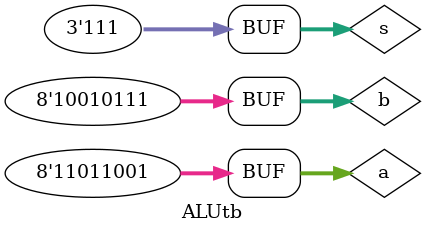
<source format=v>
`timescale 1ns / 1ps


module ALUtb;

	// Inputs
	reg [7:0] a;
	reg [7:0] b;
	reg [2:0] s;

	// Outputs
	wire [14:0] y;

	// Instantiate the Unit Under Test (UUT)
	ALU uut (
		.a(a), 
		.b(b), 
		.y(y), 
		.s(s)
	);

	initial begin
		// Initialize Inputs
		a = 8'b11011001;
		b = 8'b10010111;
		s = 0;

		// Wait 100 ns for global reset to finish
		#100;
		s=3'b000;
		#100;
        s=3'b001;
		#100;
		s=3'b010;
		#100;
		s=3'b011;
		#100;
		s=3'b100;
		#100;
		s=3'b101;
		#100;
		s=3'b110;
		#100;
		s=3'b111;
		#100;
		// Add stimulus here

	end
      
endmodule


</source>
